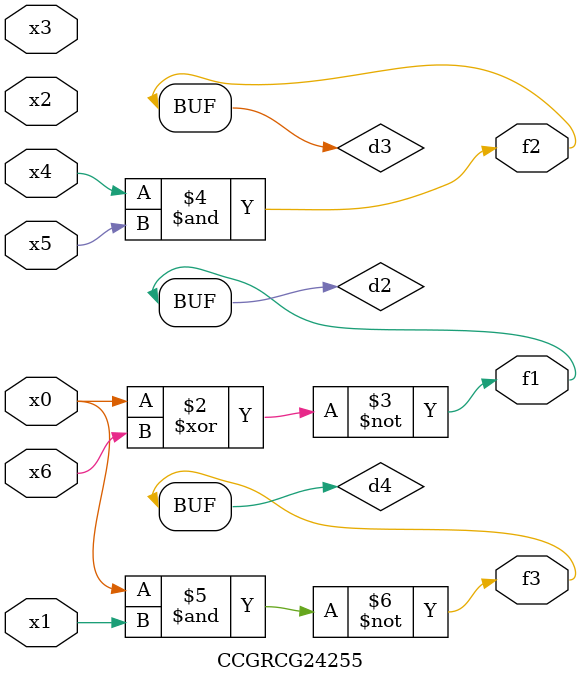
<source format=v>
module CCGRCG24255(
	input x0, x1, x2, x3, x4, x5, x6,
	output f1, f2, f3
);

	wire d1, d2, d3, d4;

	nor (d1, x0);
	xnor (d2, x0, x6);
	and (d3, x4, x5);
	nand (d4, x0, x1);
	assign f1 = d2;
	assign f2 = d3;
	assign f3 = d4;
endmodule

</source>
